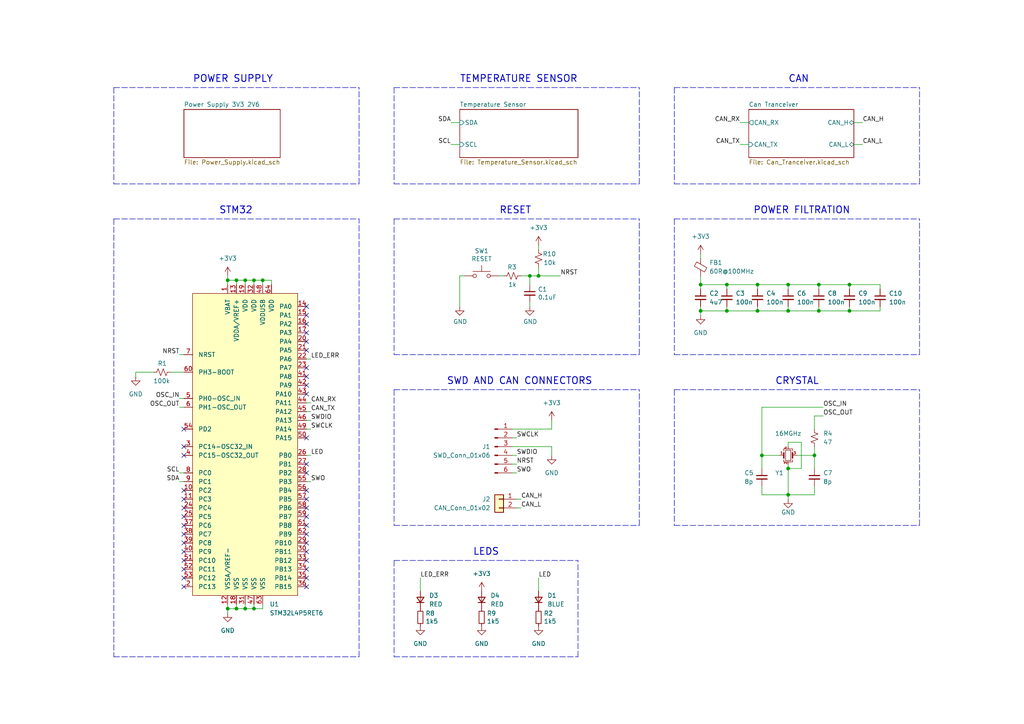
<source format=kicad_sch>
(kicad_sch (version 20211123) (generator eeschema)
  (paper "A4")
  (title_block (title "Temperature Tire Sensor") (rev "1") (company "Motorsport"))
  (lib_symbols
    (symbol "Connector:Conn_01x06_Male" (pin_names (offset 1.016) hide)
      (property "Reference" "J" (at 0 7.62 0))
      (property "Value" "Conn_01x06_Male" (at 0 -10.16 0))
      (symbol "Conn_01x06_Male_1_1"
        (polyline (pts (xy 1.27 -7.62) (xy 0.8636 -7.62)) (stroke (width 0.1524)))
        (polyline (pts (xy 1.27 -5.08) (xy 0.8636 -5.08)) (stroke (width 0.1524)))
        (polyline (pts (xy 1.27 -2.54) (xy 0.8636 -2.54)) (stroke (width 0.1524)))
        (polyline (pts (xy 1.27 0) (xy 0.8636 0)) (stroke (width 0.1524)))
        (polyline (pts (xy 1.27 2.54) (xy 0.8636 2.54)) (stroke (width 0.1524)))
        (polyline (pts (xy 1.27 5.08) (xy 0.8636 5.08)) (stroke (width 0.1524)))
        (rectangle (start 0.8636 -7.493) (end 0 -7.747) (stroke (width 0.1524)) (fill (type outline)))
        (rectangle (start 0.8636 -4.953) (end 0 -5.207) (stroke (width 0.1524)) (fill (type outline)))
        (rectangle (start 0.8636 -2.413) (end 0 -2.667) (stroke (width 0.1524)) (fill (type outline)))
        (rectangle (start 0.8636 0.127) (end 0 -0.127) (stroke (width 0.1524)) (fill (type outline)))
        (rectangle (start 0.8636 2.667) (end 0 2.413) (stroke (width 0.1524)) (fill (type outline)))
        (rectangle (start 0.8636 5.207) (end 0 4.953) (stroke (width 0.1524)) (fill (type outline)))
        (pin passive line (at 5.08 5.08 180) (length 3.81) (name "Pin_1") (number "1"))
        (pin passive line (at 5.08 2.54 180) (length 3.81) (name "Pin_2") (number "2"))
        (pin passive line (at 5.08 0 180) (length 3.81) (name "Pin_3") (number "3"))
        (pin passive line (at 5.08 -2.54 180) (length 3.81) (name "Pin_4") (number "4"))
        (pin passive line (at 5.08 -5.08 180) (length 3.81) (name "Pin_5") (number "5"))
        (pin passive line (at 5.08 -7.62 180) (length 3.81) (name "Pin_6") (number "6"))
      )
    )
    (symbol "Connector_Generic:Conn_01x02" (pin_names (offset 1.016) hide)
      (property "Reference" "J" (at 0 2.54 0))
      (property "Value" "Conn_01x02" (at 0 -5.08 0))
      (symbol "Conn_01x02_1_1"
        (rectangle (start -1.27 -2.413) (end 0 -2.667) (stroke (width 0.1524)))
        (rectangle (start -1.27 0.127) (end 0 -0.127) (stroke (width 0.1524)))
        (rectangle (start -1.27 1.27) (end 1.27 -3.81) (stroke (width 0.254)) (fill (type background)))
        (pin passive line (at -5.08 0 0) (length 3.81) (name "Pin_1") (number "1"))
        (pin passive line (at -5.08 -2.54 0) (length 3.81) (name "Pin_2") (number "2"))
      )
    )
    (symbol "Device:C_Small" (pin_numbers hide) (pin_names (offset 0.254) hide)
      (property "Reference" "C" (at 0.254 1.778 0))
      (property "Value" "C_Small" (at 0.254 -2.032 0))
      (symbol "C_Small_0_1"
        (polyline (pts (xy -1.524 -0.508) (xy 1.524 -0.508)) (stroke (width 0.3302)))
        (polyline (pts (xy -1.524 0.508) (xy 1.524 0.508)) (stroke (width 0.3048)))
      )
      (symbol "C_Small_1_1"
        (pin passive line (at 0 2.54 270) (length 2.032) (name "~") (number "1"))
        (pin passive line (at 0 -2.54 90) (length 2.032) (name "~") (number "2"))
      )
    )
    (symbol "Device:Crystal_GND24_Small" (pin_names (offset 1.016) hide)
      (property "Reference" "Y" (at 1.27 4.445 0))
      (property "Value" "Crystal_GND24_Small" (at 1.27 2.54 0))
      (symbol "Crystal_GND24_Small_0_1"
        (rectangle (start -0.762 -1.524) (end 0.762 1.524))
        (polyline (pts (xy -1.27 -0.762) (xy -1.27 0.762)) (stroke (width 0.381)))
        (polyline (pts (xy 1.27 -0.762) (xy 1.27 0.762)) (stroke (width 0.381)))
        (polyline (pts (xy -1.27 -1.27) (xy -1.27 -1.905) (xy 1.27 -1.905) (xy 1.27 -1.27)))
        (polyline (pts (xy -1.27 1.27) (xy -1.27 1.905) (xy 1.27 1.905) (xy 1.27 1.27)))
      )
      (symbol "Crystal_GND24_Small_1_1"
        (pin passive line (at -2.54 0 0) (length 1.27) (name "1") (number "1"))
        (pin passive line (at 0 -2.54 90) (length 0.635) (name "2") (number "2"))
        (pin passive line (at 2.54 0 180) (length 1.27) (name "3") (number "3"))
        (pin passive line (at 0 2.54 270) (length 0.635) (name "4") (number "4"))
      )
    )
    (symbol "Device:D_Small" (pin_numbers hide) (pin_names (offset 0.254) hide)
      (property "Reference" "D" (at -1.27 2.032 0))
      (property "Value" "D_Small" (at -3.81 -2.032 0))
      (symbol "D_Small_0_1"
        (polyline (pts (xy -0.762 -1.016) (xy -0.762 1.016)) (stroke (width 0.254)))
        (polyline (pts (xy -0.762 0) (xy 0.762 0)))
        (polyline (pts (xy 0.762 -1.016) (xy -0.762 0) (xy 0.762 1.016) (xy 0.762 -1.016)) (stroke (width 0.254)))
      )
      (symbol "D_Small_1_1"
        (pin passive line (at -2.54 0 0) (length 1.778) (name "K") (number "1"))
        (pin passive line (at 2.54 0 180) (length 1.778) (name "A") (number "2"))
      )
    )
    (symbol "Device:FerriteBead_Small" (pin_numbers hide) (pin_names (offset 0))
      (property "Reference" "FB" (at 1.905 1.27 0))
      (property "Value" "FerriteBead_Small" (at 1.905 -1.27 0))
      (symbol "FerriteBead_Small_0_1"
        (polyline (pts (xy 0 -1.27) (xy 0 -0.7874)))
        (polyline (pts (xy 0 0.889) (xy 0 1.2954)))
        (polyline (pts (xy -1.8288 0.2794) (xy -1.1176 1.4986) (xy 1.8288 -0.2032) (xy 1.1176 -1.4224) (xy -1.8288 0.2794)))
      )
      (symbol "FerriteBead_Small_1_1"
        (pin passive line (at 0 2.54 270) (length 1.27) (name "~") (number "1"))
        (pin passive line (at 0 -2.54 90) (length 1.27) (name "~") (number "2"))
      )
    )
    (symbol "Device:R_Small_US" (pin_numbers hide) (pin_names (offset 0.254) hide)
      (property "Reference" "R" (at 0.762 0.508 0))
      (property "Value" "R_Small_US" (at 0.762 -1.016 0))
      (symbol "R_Small_US_1_1"
        (polyline (pts (xy 0 0) (xy 1.016 -0.381) (xy 0 -0.762) (xy -1.016 -1.143) (xy 0 -1.524)))
        (polyline (pts (xy 0 1.524) (xy 1.016 1.143) (xy 0 0.762) (xy -1.016 0.381) (xy 0 0)))
        (pin passive line (at 0 2.54 270) (length 1.016) (name "~") (number "1"))
        (pin passive line (at 0 -2.54 90) (length 1.016) (name "~") (number "2"))
      )
    )
    (symbol "SB-Spoko-Bezpieczniki-rescue:C_Small-Device" (pin_numbers hide) (pin_names (offset 0.254) hide)
      (property "Reference" "C" (at 0.254 1.778 0))
      (property "Value" "SB-Spoko-Bezpieczniki-rescue_C_Small-Device" (at 0.254 -2.032 0))
      (symbol "C_Small-Device_0_1"
        (polyline (pts (xy -1.524 -0.508) (xy 1.524 -0.508)) (stroke (width 0.3302)))
        (polyline (pts (xy -1.524 0.508) (xy 1.524 0.508)) (stroke (width 0.3048)))
      )
      (symbol "C_Small-Device_1_1"
        (pin passive line (at 0 2.54 270) (length 2.032) (name "~") (number "1"))
        (pin passive line (at 0 -2.54 90) (length 2.032) (name "~") (number "2"))
      )
    )
    (symbol "SB-Spoko-Bezpieczniki-rescue:GND-power" (power) (pin_names (offset 0))
      (property "Value" "SB-Spoko-Bezpieczniki-rescue_GND-power" (at 0 -3.81 0))
      (symbol "GND-power_0_1"
        (polyline (pts (xy 0 0) (xy 0 -1.27) (xy 1.27 -1.27) (xy 0 -2.54) (xy -1.27 -1.27) (xy 0 -1.27)))
      )
      (symbol "GND-power_1_1"
        (pin power_in line (at 0 0 270) (length 0) hide (name "GND") (number "1"))
      )
    )
    (symbol "SB-Spoko-Bezpieczniki-rescue:R_Small-Device" (pin_numbers hide) (pin_names (offset 0.254) hide)
      (property "Reference" "R" (at 0.762 0.508 0))
      (property "Value" "SB-Spoko-Bezpieczniki-rescue_R_Small-Device" (at 0.762 -1.016 0))
      (symbol "R_Small-Device_0_1"
        (rectangle (start -0.762 1.778) (end 0.762 -1.778) (stroke (width 0.2032)))
      )
      (symbol "R_Small-Device_1_1"
        (pin passive line (at 0 2.54 270) (length 0.762) (name "~") (number "1"))
        (pin passive line (at 0 -2.54 90) (length 0.762) (name "~") (number "2"))
      )
    )
    (symbol "SB-Spoko-Bezpieczniki-rescue:SW_Push-Switch" (pin_numbers hide) (pin_names (offset 1.016) hide)
      (property "Reference" "SW" (at 1.27 2.54 0))
      (property "Value" "SB-Spoko-Bezpieczniki-rescue_SW_Push-Switch" (at 0 -1.524 0))
      (symbol "SW_Push-Switch_0_1"
        (circle (center -2.032 0) (radius 0.508))
        (polyline (pts (xy 0 1.27) (xy 0 3.048)))
        (polyline (pts (xy 2.54 1.27) (xy -2.54 1.27)))
        (circle (center 2.032 0) (radius 0.508))
        (pin passive line (at -5.08 0 0) (length 2.54) (name "1") (number "1"))
        (pin passive line (at 5.08 0 180) (length 2.54) (name "2") (number "2"))
      )
    )
    (symbol "STM32L4P5RET6:STM32L4P5RET6" (pin_names (offset 1.6256))
      (property "Reference" "U" (at 0 -55.88 0))
      (property "Value" "STM32L4P5RET6" (at 0 -59.69 0))
      (symbol "STM32L4P5RET6_0_0"
        (pin unspecified line (at -5.08 44.45 270) (length 2.54) (name "VBAT") (number "1"))
        (pin unspecified line (at -17.78 -15.24 0) (length 2.54) (name "PC2") (number "10"))
        (pin unspecified line (at -17.78 -17.78 0) (length 2.54) (name "PC3") (number "11"))
        (pin unspecified line (at -5.08 -48.26 90) (length 2.54) (name "VSSA/VREF-") (number "12"))
        (pin unspecified line (at -2.54 44.45 270) (length 2.54) (name "VDDA/VREF+") (number "13"))
        (pin unspecified line (at 17.78 38.1 180) (length 2.54) (name "PA0") (number "14"))
        (pin unspecified line (at 17.78 35.56 180) (length 2.54) (name "PA1") (number "15"))
        (pin unspecified line (at 17.78 33.02 180) (length 2.54) (name "PA2") (number "16"))
        (pin unspecified line (at 17.78 30.48 180) (length 2.54) (name "PA3") (number "17"))
        (pin unspecified line (at -2.54 -48.26 90) (length 2.54) (name "VSS") (number "18"))
        (pin unspecified line (at 0 44.45 270) (length 2.54) (name "VDD") (number "19"))
        (pin unspecified line (at -17.78 -43.18 0) (length 2.54) (name "PC13") (number "2"))
        (pin unspecified line (at 17.78 27.94 180) (length 2.54) (name "PA4") (number "20"))
        (pin unspecified line (at 17.78 25.4 180) (length 2.54) (name "PA5") (number "21"))
        (pin unspecified line (at 17.78 22.86 180) (length 2.54) (name "PA6") (number "22"))
        (pin unspecified line (at 17.78 20.32 180) (length 2.54) (name "PA7") (number "23"))
        (pin unspecified line (at -17.78 -20.32 0) (length 2.54) (name "PC4") (number "24"))
        (pin unspecified line (at -17.78 -22.86 0) (length 2.54) (name "PC5") (number "25"))
        (pin unspecified line (at 17.78 -5.08 180) (length 2.54) (name "PB0") (number "26"))
        (pin unspecified line (at 17.78 -7.62 180) (length 2.54) (name "PB1") (number "27"))
        (pin unspecified line (at 17.78 -10.16 180) (length 2.54) (name "PB2") (number "28"))
        (pin unspecified line (at 17.78 -30.48 180) (length 2.54) (name "PB10") (number "29"))
        (pin unspecified line (at -17.78 -2.54 0) (length 2.54) (name "PC14-OSC32_IN") (number "3"))
        (pin unspecified line (at 17.78 -33.02 180) (length 2.54) (name "PB11") (number "30"))
        (pin unspecified line (at 0 -48.26 90) (length 2.54) (name "VSS") (number "31"))
        (pin unspecified line (at 2.54 44.45 270) (length 2.54) (name "VDD") (number "32"))
        (pin unspecified line (at 17.78 -35.56 180) (length 2.54) (name "PB12") (number "33"))
        (pin unspecified line (at 17.78 -38.1 180) (length 2.54) (name "PB13") (number "34"))
        (pin unspecified line (at 17.78 -40.64 180) (length 2.54) (name "PB14") (number "35"))
        (pin unspecified line (at 17.78 -43.18 180) (length 2.54) (name "PB15") (number "36"))
        (pin unspecified line (at -17.78 -25.4 0) (length 2.54) (name "PC6") (number "37"))
        (pin unspecified line (at -17.78 -27.94 0) (length 2.54) (name "PC7") (number "38"))
        (pin unspecified line (at -17.78 -30.48 0) (length 2.54) (name "PC8") (number "39"))
        (pin unspecified line (at -17.78 -5.08 0) (length 2.54) (name "PC15-OSC32_OUT") (number "4"))
        (pin unspecified line (at -17.78 -33.02 0) (length 2.54) (name "PC9") (number "40"))
        (pin unspecified line (at 17.78 17.78 180) (length 2.54) (name "PA8") (number "41"))
        (pin unspecified line (at 17.78 15.24 180) (length 2.54) (name "PA9") (number "42"))
        (pin unspecified line (at 17.78 12.7 180) (length 2.54) (name "PA10") (number "43"))
        (pin unspecified line (at 17.78 10.16 180) (length 2.54) (name "PA11") (number "44"))
        (pin unspecified line (at 17.78 7.62 180) (length 2.54) (name "PA12") (number "45"))
        (pin unspecified line (at 17.78 5.08 180) (length 2.54) (name "PA13") (number "46"))
        (pin unspecified line (at 2.54 -48.26 90) (length 2.54) (name "VSS") (number "47"))
        (pin unspecified line (at 5.08 44.45 270) (length 2.54) (name "VDDUSB") (number "48"))
        (pin unspecified line (at 17.78 2.54 180) (length 2.54) (name "PA14") (number "49"))
        (pin unspecified line (at -17.78 11.43 0) (length 2.54) (name "PH0-OSC_IN") (number "5"))
        (pin unspecified line (at 17.78 0 180) (length 2.54) (name "PA15") (number "50"))
        (pin unspecified line (at -17.78 -35.56 0) (length 2.54) (name "PC10") (number "51"))
        (pin unspecified line (at -17.78 -38.1 0) (length 2.54) (name "PC11") (number "52"))
        (pin unspecified line (at -17.78 -40.64 0) (length 2.54) (name "PC12") (number "53"))
        (pin unspecified line (at -17.78 2.54 0) (length 2.54) (name "PD2") (number "54"))
        (pin unspecified line (at 17.78 -12.7 180) (length 2.54) (name "PB3") (number "55"))
        (pin unspecified line (at 17.78 -15.24 180) (length 2.54) (name "PB4") (number "56"))
        (pin unspecified line (at 17.78 -17.78 180) (length 2.54) (name "PB5") (number "57"))
        (pin unspecified line (at 17.78 -20.32 180) (length 2.54) (name "PB6") (number "58"))
        (pin unspecified line (at 17.78 -22.86 180) (length 2.54) (name "PB7") (number "59"))
        (pin unspecified line (at -17.78 8.89 0) (length 2.54) (name "PH1-OSC_OUT") (number "6"))
        (pin unspecified line (at -17.78 19.05 0) (length 2.54) (name "PH3-BOOT") (number "60"))
        (pin unspecified line (at 17.78 -25.4 180) (length 2.54) (name "PB8") (number "61"))
        (pin unspecified line (at 17.78 -27.94 180) (length 2.54) (name "PB9") (number "62"))
        (pin unspecified line (at 5.08 -48.26 90) (length 2.54) (name "VSS") (number "63"))
        (pin unspecified line (at 7.62 44.45 270) (length 2.54) (name "VDD") (number "64"))
        (pin unspecified line (at -17.78 24.13 0) (length 2.54) (name "NRST") (number "7"))
        (pin unspecified line (at -17.78 -10.16 0) (length 2.54) (name "PC0") (number "8"))
        (pin unspecified line (at -17.78 -12.7 0) (length 2.54) (name "PC1") (number "9"))
      )
      (symbol "STM32L4P5RET6_0_1"
        (rectangle (start 15.24 41.91) (end -15.24 -45.72) (fill (type background)))
      )
    )
    (symbol "power:+3V3" (power) (pin_names (offset 0))
      (property "Value" "+3V3" (at 0 3.556 0))
      (symbol "+3V3_0_1"
        (polyline (pts (xy -0.762 1.27) (xy 0 2.54)))
        (polyline (pts (xy 0 0) (xy 0 2.54)))
        (polyline (pts (xy 0 2.54) (xy 0.762 1.27)))
      )
      (symbol "+3V3_1_1"
        (pin power_in line (at 0 0 90) (length 0) hide (name "+3V3") (number "1"))
      )
    )
    (symbol "power:GND" (power) (pin_names (offset 0))
      (property "Value" "GND" (at 0 -3.81 0))
      (symbol "GND_0_1"
        (polyline (pts (xy 0 0) (xy 0 -1.27) (xy 1.27 -1.27) (xy 0 -2.54) (xy -1.27 -1.27) (xy 0 -1.27)))
      )
      (symbol "GND_1_1"
        (pin power_in line (at 0 0 270) (length 0) hide (name "GND") (number "1"))
      )
    )
  )
  (junction (at 210.82 82.55))
  (junction (at 210.82 90.17))
  (junction (at 219.71 90.17))
  (junction (at 220.98 132.08))
  (junction (at 237.49 82.55))
  (junction (at 203.2 90.17))
  (junction (at 228.6 135.89))
  (junction (at 156.21 80.01))
  (junction (at 73.66 81.28))
  (junction (at 73.66 176.53))
  (junction (at 228.6 82.55))
  (junction (at 237.49 90.17))
  (junction (at 68.58 81.28))
  (junction (at 228.6 143.51))
  (junction (at 153.67 80.01))
  (junction (at 66.04 176.53))
  (junction (at 76.2 81.28))
  (junction (at 228.6 90.17))
  (junction (at 246.38 90.17))
  (junction (at 236.22 132.08))
  (junction (at 71.12 176.53))
  (junction (at 246.38 82.55))
  (junction (at 68.58 176.53))
  (junction (at 219.71 82.55))
  (junction (at 71.12 81.28))
  (junction (at 203.2 82.55))
  (junction (at 66.04 81.28))
  (no_connect (at 53.34 129.54))
  (no_connect (at 53.34 124.46))
  (no_connect (at 88.9 93.98))
  (no_connect (at 88.9 88.9))
  (no_connect (at 88.9 91.44))
  (no_connect (at 53.34 132.08))
  (no_connect (at 53.34 147.32))
  (no_connect (at 53.34 149.86))
  (no_connect (at 53.34 144.78))
  (no_connect (at 53.34 142.24))
  (no_connect (at 53.34 152.4))
  (no_connect (at 53.34 162.56))
  (no_connect (at 53.34 170.18))
  (no_connect (at 53.34 165.1))
  (no_connect (at 53.34 167.64))
  (no_connect (at 88.9 167.64))
  (no_connect (at 88.9 157.48))
  (no_connect (at 88.9 165.1))
  (no_connect (at 88.9 162.56))
  (no_connect (at 88.9 160.02))
  (no_connect (at 88.9 170.18))
  (no_connect (at 88.9 154.94))
  (no_connect (at 53.34 154.94))
  (no_connect (at 53.34 160.02))
  (no_connect (at 53.34 157.48))
  (no_connect (at 88.9 152.4))
  (no_connect (at 88.9 149.86))
  (no_connect (at 88.9 109.22))
  (no_connect (at 88.9 106.68))
  (no_connect (at 88.9 101.6))
  (no_connect (at 88.9 114.3))
  (no_connect (at 88.9 111.76))
  (no_connect (at 88.9 99.06))
  (no_connect (at 88.9 96.52))
  (no_connect (at 88.9 127))
  (no_connect (at 88.9 137.16))
  (no_connect (at 88.9 144.78))
  (no_connect (at 88.9 142.24))
  (no_connect (at 88.9 147.32))
  (no_connect (at 88.9 134.62))
  (wire (pts (xy 214.63 41.91) (xy 217.17 41.91)))
  (polyline (pts (xy 195.58 25.4) (xy 195.58 53.34)))
  (wire (pts (xy 160.02 121.92) (xy 160.02 124.46)))
  (wire (pts (xy 156.21 71.12) (xy 156.21 72.39)))
  (wire (pts (xy 73.66 176.53) (xy 76.2 176.53)))
  (wire (pts (xy 160.02 129.54) (xy 148.59 129.54)))
  (wire (pts (xy 153.67 87.63) (xy 153.67 88.9)))
  (wire (pts (xy 232.41 128.27) (xy 232.41 135.89)))
  (wire (pts (xy 148.59 134.62) (xy 149.86 134.62)))
  (wire (pts (xy 68.58 81.28) (xy 68.58 82.55)))
  (polyline (pts (xy 195.58 63.5) (xy 195.58 102.87)))
  (wire (pts (xy 68.58 175.26) (xy 68.58 176.53)))
  (wire (pts (xy 88.9 119.38) (xy 90.17 119.38)))
  (wire (pts (xy 39.37 107.95) (xy 44.45 107.95)))
  (wire (pts (xy 228.6 143.51) (xy 236.22 143.51)))
  (wire (pts (xy 156.21 77.47) (xy 156.21 80.01)))
  (wire (pts (xy 228.6 82.55) (xy 228.6 83.82)))
  (wire (pts (xy 236.22 120.65) (xy 238.76 120.65)))
  (polyline (pts (xy 114.3 113.03) (xy 114.3 152.4)))
  (polyline (pts (xy 114.3 53.34) (xy 185.42 53.34)))
  (wire (pts (xy 203.2 82.55) (xy 203.2 83.82)))
  (wire (pts (xy 210.82 82.55) (xy 210.82 83.82)))
  (wire (pts (xy 71.12 81.28) (xy 71.12 82.55)))
  (wire (pts (xy 88.9 139.7) (xy 90.17 139.7)))
  (wire (pts (xy 228.6 134.62) (xy 228.6 135.89)))
  (wire (pts (xy 226.06 132.08) (xy 220.98 132.08)))
  (polyline (pts (xy 114.3 190.5) (xy 167.64 190.5)))
  (polyline (pts (xy 114.3 102.87) (xy 185.42 102.87)))
  (wire (pts (xy 237.49 82.55) (xy 246.38 82.55)))
  (wire (pts (xy 247.65 41.91) (xy 250.19 41.91)))
  (wire (pts (xy 66.04 176.53) (xy 66.04 177.8)))
  (polyline (pts (xy 195.58 53.34) (xy 266.7 53.34)))
  (wire (pts (xy 220.98 118.11) (xy 238.76 118.11)))
  (wire (pts (xy 153.67 80.01) (xy 156.21 80.01)))
  (wire (pts (xy 228.6 128.27) (xy 232.41 128.27)))
  (polyline (pts (xy 33.02 63.5) (xy 33.02 190.5)))
  (wire (pts (xy 90.17 116.84) (xy 88.9 116.84)))
  (polyline (pts (xy 33.02 190.5) (xy 104.14 190.5)))
  (wire (pts (xy 66.04 176.53) (xy 68.58 176.53)))
  (polyline (pts (xy 195.58 113.03) (xy 195.58 152.4)))
  (polyline (pts (xy 266.7 152.4) (xy 266.7 113.03)))
  (wire (pts (xy 219.71 88.9) (xy 219.71 90.17)))
  (polyline (pts (xy 114.3 25.4) (xy 185.42 25.4)))
  (wire (pts (xy 210.82 82.55) (xy 219.71 82.55)))
  (wire (pts (xy 73.66 81.28) (xy 73.66 82.55)))
  (wire (pts (xy 203.2 88.9) (xy 203.2 90.17)))
  (wire (pts (xy 219.71 82.55) (xy 228.6 82.55)))
  (wire (pts (xy 203.2 90.17) (xy 203.2 91.44)))
  (wire (pts (xy 220.98 143.51) (xy 228.6 143.51)))
  (wire (pts (xy 151.13 80.01) (xy 153.67 80.01)))
  (polyline (pts (xy 114.3 113.03) (xy 185.42 113.03)))
  (wire (pts (xy 52.07 118.11) (xy 53.34 118.11)))
  (wire (pts (xy 151.13 144.78) (xy 149.86 144.78)))
  (wire (pts (xy 255.27 88.9) (xy 255.27 90.17)))
  (wire (pts (xy 228.6 143.51) (xy 228.6 144.78)))
  (wire (pts (xy 71.12 175.26) (xy 71.12 176.53)))
  (polyline (pts (xy 195.58 102.87) (xy 266.7 102.87)))
  (wire (pts (xy 52.07 137.16) (xy 53.34 137.16)))
  (polyline (pts (xy 195.58 25.4) (xy 266.7 25.4)))
  (wire (pts (xy 220.98 118.11) (xy 220.98 132.08)))
  (wire (pts (xy 246.38 82.55) (xy 255.27 82.55)))
  (polyline (pts (xy 167.64 190.5) (xy 167.64 162.56)))
  (wire (pts (xy 76.2 175.26) (xy 76.2 176.53)))
  (wire (pts (xy 228.6 88.9) (xy 228.6 90.17)))
  (wire (pts (xy 156.21 80.01) (xy 162.56 80.01)))
  (wire (pts (xy 156.21 171.45) (xy 156.21 167.64)))
  (wire (pts (xy 203.2 80.01) (xy 203.2 82.55)))
  (wire (pts (xy 73.66 176.53) (xy 73.66 175.26)))
  (polyline (pts (xy 266.7 53.34) (xy 266.7 25.4)))
  (polyline (pts (xy 185.42 152.4) (xy 185.42 113.03)))
  (wire (pts (xy 52.07 115.57) (xy 53.34 115.57)))
  (wire (pts (xy 237.49 90.17) (xy 246.38 90.17)))
  (wire (pts (xy 160.02 124.46) (xy 148.59 124.46)))
  (polyline (pts (xy 33.02 53.34) (xy 104.14 53.34)))
  (wire (pts (xy 203.2 90.17) (xy 210.82 90.17)))
  (wire (pts (xy 76.2 81.28) (xy 76.2 82.55)))
  (wire (pts (xy 148.59 132.08) (xy 149.86 132.08)))
  (polyline (pts (xy 33.02 25.4) (xy 104.14 25.4)))
  (wire (pts (xy 151.13 147.32) (xy 149.86 147.32)))
  (wire (pts (xy 68.58 81.28) (xy 66.04 81.28)))
  (wire (pts (xy 236.22 120.65) (xy 236.22 124.46)))
  (wire (pts (xy 228.6 129.54) (xy 228.6 128.27)))
  (wire (pts (xy 133.35 80.01) (xy 133.35 88.9)))
  (wire (pts (xy 144.78 80.01) (xy 146.05 80.01)))
  (wire (pts (xy 88.9 104.14) (xy 90.17 104.14)))
  (polyline (pts (xy 185.42 53.34) (xy 185.42 25.4)))
  (wire (pts (xy 71.12 176.53) (xy 73.66 176.53)))
  (wire (pts (xy 246.38 88.9) (xy 246.38 90.17)))
  (wire (pts (xy 148.59 127) (xy 149.86 127)))
  (wire (pts (xy 246.38 82.55) (xy 246.38 83.82)))
  (wire (pts (xy 237.49 82.55) (xy 237.49 83.82)))
  (polyline (pts (xy 114.3 63.5) (xy 114.3 102.87)))
  (wire (pts (xy 88.9 124.46) (xy 90.17 124.46)))
  (polyline (pts (xy 185.42 102.87) (xy 185.42 63.5)))
  (polyline (pts (xy 33.02 25.4) (xy 33.02 53.34)))
  (polyline (pts (xy 195.58 152.4) (xy 266.7 152.4)))
  (wire (pts (xy 228.6 82.55) (xy 237.49 82.55)))
  (wire (pts (xy 214.63 35.56) (xy 217.17 35.56)))
  (wire (pts (xy 66.04 175.26) (xy 66.04 176.53)))
  (wire (pts (xy 66.04 81.28) (xy 66.04 82.55)))
  (polyline (pts (xy 104.14 53.34) (xy 104.14 25.4)))
  (wire (pts (xy 236.22 140.97) (xy 236.22 143.51)))
  (wire (pts (xy 220.98 132.08) (xy 220.98 135.89)))
  (wire (pts (xy 134.62 80.01) (xy 133.35 80.01)))
  (wire (pts (xy 71.12 81.28) (xy 68.58 81.28)))
  (wire (pts (xy 236.22 132.08) (xy 236.22 135.89)))
  (polyline (pts (xy 114.3 162.56) (xy 114.3 190.5)))
  (wire (pts (xy 78.74 82.55) (xy 78.74 81.28)))
  (wire (pts (xy 148.59 137.16) (xy 149.86 137.16)))
  (wire (pts (xy 228.6 135.89) (xy 232.41 135.89)))
  (polyline (pts (xy 104.14 190.5) (xy 104.14 63.5)))
  (wire (pts (xy 68.58 176.53) (xy 71.12 176.53)))
  (wire (pts (xy 76.2 81.28) (xy 73.66 81.28)))
  (wire (pts (xy 88.9 121.92) (xy 90.17 121.92)))
  (wire (pts (xy 39.37 109.22) (xy 39.37 107.95)))
  (wire (pts (xy 220.98 140.97) (xy 220.98 143.51)))
  (polyline (pts (xy 266.7 102.87) (xy 266.7 63.5)))
  (polyline (pts (xy 114.3 25.4) (xy 114.3 53.34)))
  (wire (pts (xy 228.6 135.89) (xy 228.6 143.51)))
  (wire (pts (xy 52.07 102.87) (xy 53.34 102.87)))
  (polyline (pts (xy 114.3 152.4) (xy 185.42 152.4)))
  (wire (pts (xy 73.66 81.28) (xy 71.12 81.28)))
  (wire (pts (xy 203.2 73.66) (xy 203.2 74.93)))
  (polyline (pts (xy 114.3 63.5) (xy 185.42 63.5)))
  (wire (pts (xy 210.82 90.17) (xy 219.71 90.17)))
  (wire (pts (xy 52.07 139.7) (xy 53.34 139.7)))
  (wire (pts (xy 247.65 35.56) (xy 250.19 35.56)))
  (polyline (pts (xy 114.3 162.56) (xy 167.64 162.56)))
  (wire (pts (xy 255.27 83.82) (xy 255.27 82.55)))
  (wire (pts (xy 231.14 132.08) (xy 236.22 132.08)))
  (wire (pts (xy 121.92 171.45) (xy 121.92 167.64)))
  (wire (pts (xy 66.04 80.01) (xy 66.04 81.28)))
  (wire (pts (xy 130.81 35.56) (xy 133.35 35.56)))
  (wire (pts (xy 228.6 90.17) (xy 237.49 90.17)))
  (wire (pts (xy 219.71 82.55) (xy 219.71 83.82)))
  (wire (pts (xy 153.67 80.01) (xy 153.67 82.55)))
  (wire (pts (xy 78.74 81.28) (xy 76.2 81.28)))
  (wire (pts (xy 49.53 107.95) (xy 53.34 107.95)))
  (wire (pts (xy 237.49 88.9) (xy 237.49 90.17)))
  (wire (pts (xy 236.22 129.54) (xy 236.22 132.08)))
  (wire (pts (xy 246.38 90.17) (xy 255.27 90.17)))
  (wire (pts (xy 160.02 132.08) (xy 160.02 129.54)))
  (wire (pts (xy 130.81 41.91) (xy 133.35 41.91)))
  (polyline (pts (xy 195.58 113.03) (xy 266.7 113.03)))
  (wire (pts (xy 88.9 132.08) (xy 90.17 132.08)))
  (polyline (pts (xy 195.58 63.5) (xy 266.7 63.5)))
  (wire (pts (xy 210.82 88.9) (xy 210.82 90.17)))
  (wire (pts (xy 203.2 82.55) (xy 210.82 82.55)))
  (polyline (pts (xy 33.02 63.5) (xy 104.14 63.5)))
  (wire (pts (xy 219.71 90.17) (xy 228.6 90.17)))
  (text "CAN" (at 228.6 24.13 0) (effects (font (size 2 2) (thickness 0.254) bold) (justify left bottom)))
  (text "CRYSTAL\n" (at 224.79 111.76 0) (effects (font (size 2 2) (thickness 0.254) bold) (justify left bottom)))
  (text "SWD AND CAN CONNECTORS" (at 129.54 111.76 0) (effects (font (size 2 2) (thickness 0.254) bold) (justify left bottom)))
  (text "TEMPERATURE SENSOR" (at 133.35 24.13 0) (effects (font (size 2 2) (thickness 0.254) bold) (justify left bottom)))
  (text "LEDS" (at 137.16 161.29 0) (effects (font (size 2 2) (thickness 0.254) bold) (justify left bottom)))
  (text "RESET" (at 144.78 62.23 0) (effects (font (size 2 2) (thickness 0.254) bold) (justify left bottom)))
  (text "STM32" (at 63.5 62.23 0) (effects (font (size 2 2) (thickness 0.254) bold) (justify left bottom)))
  (text "POWER FILTRATION" (at 218.44 62.23 0) (effects (font (size 2 2) (thickness 0.254) bold) (justify left bottom)))
  (text "POWER SUPPLY" (at 55.88 24.13 0) (effects (font (size 2 2) (thickness 0.254) bold) (justify left bottom)))
  (label "CAN_TX" (at 90.17 119.38 0))
  (label "SWO" (at 90.17 139.7 0))
  (label "SWDIO" (at 90.17 121.92 0))
  (label "SWDIO" (at 149.86 132.08 0))
  (label "CAN_L" (at 151.13 147.32 0))
  (label "SWCLK" (at 149.86 127 0))
  (label "OSC_IN" (at 52.07 115.57 180))
  (label "CAN_H" (at 151.13 144.78 0))
  (label "CAN_L" (at 250.19 41.91 0))
  (label "LED" (at 90.17 132.08 0))
  (label "SDA" (at 130.81 35.56 180))
  (label "NRST" (at 52.07 102.87 180))
  (label "OSC_OUT" (at 52.07 118.11 180))
  (label "OSC_IN" (at 238.76 118.11 0))
  (label "CAN_RX" (at 90.17 116.84 0))
  (label "SCL" (at 52.07 137.16 180))
  (label "LED" (at 156.21 167.64 0))
  (label "SWO" (at 149.86 137.16 0))
  (label "SCL" (at 130.81 41.91 180))
  (label "SDA" (at 52.07 139.7 180))
  (label "LED_ERR" (at 90.17 104.14 0))
  (label "CAN_RX" (at 214.63 35.56 180))
  (label "NRST" (at 149.86 134.62 0))
  (label "CAN_TX" (at 214.63 41.91 180))
  (label "CAN_H" (at 250.19 35.56 0))
  (label "LED_ERR" (at 121.92 167.64 0))
  (label "NRST" (at 162.56 80.01 0))
  (label "OSC_OUT" (at 238.76 120.65 0))
  (label "SWCLK" (at 90.17 124.46 0))
  (symbol (lib_id "Device:R_Small_US") (at 148.59 80.01 90) (unit 1)
    (property "Reference" "R3" (at 149.86 77.47 90) (effects (justify left)))
    (property "Value" "1k" (at 149.86 82.55 90) (effects (justify left)))
  )
  (symbol (lib_id "power:+3V3") (at 156.21 71.12 0) (unit 1)
    (property "Reference" "#PWR031" (effects hide))
    (property "Value" "+3V3" (at 156.21 66.04 0))
  )
  (symbol (lib_id "power:+3V3") (at 160.02 121.92 0) (mirror y) (unit 1)
    (property "Reference" "#PWR07" (effects hide))
    (property "Value" "+3V3" (at 160.02 116.84 0))
  )
  (symbol (lib_id "Device:C_Small") (at 220.98 138.43 0) (unit 1)
    (property "Reference" "C5" (at 215.9 137.16 0) (effects (justify left)))
    (property "Value" "8p" (at 215.9 139.7 0) (effects (justify left)))
  )
  (symbol (lib_id "Device:FerriteBead_Small") (at 203.2 77.47 0) (unit 1)
    (property "Reference" "FB1" (at 205.74 76.1618 0) (effects (justify left)))
    (property "Value" "60R@100MHz" (at 205.74 78.7018 0) (effects (justify left)))
  )
  (symbol (lib_id "Device:C_Small") (at 228.6 86.36 0) (unit 1)
    (property "Reference" "C6" (at 231.14 85.0962 0) (effects (justify left)))
    (property "Value" "100n" (at 231.14 87.6362 0) (effects (justify left)))
  )
  (symbol (lib_id "Device:R_Small_US") (at 236.22 127 0) (unit 1)
    (property "Reference" "R4" (at 238.76 125.73 0) (effects (justify left)))
    (property "Value" "47" (at 238.76 128.2699 0) (effects (justify left)))
  )
  (symbol (lib_id "SB-Spoko-Bezpieczniki-rescue:GND-power") (at 133.35 88.9 0) (unit 1)
    (property "Reference" "#PWR04" (effects hide))
    (property "Value" "GND" (at 133.477 93.2942 0))
  )
  (symbol (lib_id "Device:C_Small") (at 219.71 86.36 0) (unit 1)
    (property "Reference" "C4" (at 222.25 85.0962 0) (effects (justify left)))
    (property "Value" "100n" (at 222.25 87.6362 0) (effects (justify left)))
  )
  (symbol (lib_id "power:+3V3") (at 203.2 73.66 0) (unit 1)
    (property "Reference" "#PWR09" (effects hide))
    (property "Value" "+3V3" (at 203.2 68.58 0))
  )
  (symbol (lib_id "Device:C_Small") (at 237.49 86.36 0) (unit 1)
    (property "Reference" "C8" (at 240.03 85.0962 0) (effects (justify left)))
    (property "Value" "100n" (at 240.03 87.6362 0) (effects (justify left)))
  )
  (symbol (lib_id "Device:D_Small") (at 139.7 173.99 90) (unit 1)
    (property "Reference" "D4" (at 142.24 172.7199 90) (effects (justify right)))
    (property "Value" "RED" (at 142.24 175.2599 90) (effects (justify right)))
  )
  (symbol (lib_id "STM32L4P5RET6:STM32L4P5RET6") (at 71.12 127 0) (unit 1)
    (property "Reference" "U1" (at 78.2194 175.26 0) (effects (justify left)))
    (property "Value" "STM32L4P5RET6" (at 78.2194 177.8 0) (effects (justify left)))
    (property "Footprint" "Package_QFP:LQFP-64_10x10mm_P0.5mm" (effects hide))
  )
  (symbol (lib_id "power:GND") (at 156.21 181.61 0) (unit 1)
    (property "Reference" "#PWR05" (effects hide))
    (property "Value" "GND" (at 156.21 186.69 0))
  )
  (symbol (lib_id "power:GND") (at 66.04 177.8 0) (unit 1)
    (property "Reference" "#PWR03" (effects hide))
    (property "Value" "GND" (at 66.04 182.88 0))
  )
  (symbol (lib_id "power:GND") (at 139.7 181.61 0) (unit 1)
    (property "Reference" "#PWR025" (effects hide))
    (property "Value" "GND" (at 139.7 186.69 0))
  )
  (symbol (lib_id "power:GND") (at 203.2 91.44 0) (unit 1)
    (property "Reference" "#PWR010" (effects hide))
    (property "Value" "GND" (at 203.2 96.52 0))
  )
  (symbol (lib_id "SB-Spoko-Bezpieczniki-rescue:R_Small-Device") (at 156.21 179.07 0) (unit 1)
    (property "Reference" "R2" (at 157.7086 177.9016 0) (effects (justify left)))
    (property "Value" "1k5" (at 157.7086 180.213 0) (effects (justify left)))
    (property "Footprint" "Resistor_SMD:R_0603_1608Metric" (effects hide))
  )
  (symbol (lib_id "power:GND") (at 228.6 144.78 0) (unit 1)
    (property "Reference" "#PWR011" (effects hide))
    (property "Value" "GND" (at 228.6 148.59 0))
  )
  (symbol (lib_id "power:+3V3") (at 139.7 171.45 0) (mirror y) (unit 1)
    (property "Reference" "#PWR024" (effects hide))
    (property "Value" "+3V3" (at 139.7 166.37 0))
  )
  (symbol (lib_id "Device:R_Small_US") (at 46.99 107.95 270) (unit 1)
    (property "Reference" "R1" (at 45.72 105.41 90) (effects (justify left)))
    (property "Value" "100k" (at 44.45 110.49 90) (effects (justify left)))
  )
  (symbol (lib_id "Device:C_Small") (at 236.22 138.43 0) (unit 1)
    (property "Reference" "C7" (at 238.76 137.1662 0) (effects (justify left)))
    (property "Value" "8p" (at 238.76 139.7062 0) (effects (justify left)))
  )
  (symbol (lib_id "Device:C_Small") (at 203.2 86.36 0) (unit 1)
    (property "Reference" "C2" (at 205.74 85.0962 0) (effects (justify left)))
    (property "Value" "4u7" (at 205.74 87.6362 0) (effects (justify left)))
  )
  (symbol (lib_id "Device:D_Small") (at 156.21 173.99 90) (unit 1)
    (property "Reference" "D1" (at 158.75 172.7199 90) (effects (justify right)))
    (property "Value" "BLUE" (at 158.75 175.2599 90) (effects (justify right)))
  )
  (symbol (lib_id "Device:Crystal_GND24_Small") (at 228.6 132.08 0) (unit 1)
    (property "Reference" "Y1" (at 226.06 137.16 0))
    (property "Value" "16MGHz" (at 228.6 125.73 0))
  )
  (symbol (lib_id "Device:D_Small") (at 121.92 173.99 90) (unit 1)
    (property "Reference" "D3" (at 124.46 172.7199 90) (effects (justify right)))
    (property "Value" "RED" (at 124.46 175.2599 90) (effects (justify right)))
  )
  (symbol (lib_id "power:+3V3") (at 66.04 80.01 0) (unit 1)
    (property "Reference" "#PWR02" (effects hide))
    (property "Value" "+3V3" (at 66.04 74.93 0))
  )
  (symbol (lib_id "power:GND") (at 160.02 132.08 0) (mirror y) (unit 1)
    (property "Reference" "#PWR08" (effects hide))
    (property "Value" "GND" (at 160.02 137.16 0))
  )
  (symbol (lib_id "Connector:Conn_01x06_Male") (at 143.51 129.54 0) (unit 1)
    (property "Reference" "J1" (at 142.24 129.5399 0) (effects (justify right)))
    (property "Value" "SWD_Conn_01x06" (at 142.24 132.0799 0) (effects (justify right)))
  )
  (symbol (lib_id "SB-Spoko-Bezpieczniki-rescue:R_Small-Device") (at 139.7 179.07 0) (unit 1)
    (property "Reference" "R9" (at 141.1986 177.9016 0) (effects (justify left)))
    (property "Value" "1k5" (at 141.1986 180.213 0) (effects (justify left)))
    (property "Footprint" "Resistor_SMD:R_0603_1608Metric" (effects hide))
  )
  (symbol (lib_id "SB-Spoko-Bezpieczniki-rescue:C_Small-Device") (at 153.67 85.09 0) (unit 1)
    (property "Reference" "C1" (at 156.0068 83.9216 0) (effects (justify left)))
    (property "Value" "0.1uF" (at 156.0068 86.233 0) (effects (justify left)))
    (property "Footprint" "Capacitor_SMD:C_0603_1608Metric" (effects hide))
  )
  (symbol (lib_id "SB-Spoko-Bezpieczniki-rescue:GND-power") (at 153.67 88.9 0) (unit 1)
    (property "Reference" "#PWR06" (effects hide))
    (property "Value" "GND" (at 153.797 93.2942 0))
  )
  (symbol (lib_id "Device:R_Small_US") (at 156.21 74.93 180) (unit 1)
    (property "Reference" "R10" (at 161.29 73.66 0) (effects (justify left)))
    (property "Value" "10k" (at 161.29 76.2 0) (effects (justify left)))
  )
  (symbol (lib_id "power:GND") (at 121.92 181.61 0) (unit 1)
    (property "Reference" "#PWR022" (effects hide))
    (property "Value" "GND" (at 121.92 186.69 0))
  )
  (symbol (lib_id "power:GND") (at 39.37 109.22 0) (unit 1)
    (property "Reference" "#PWR01" (effects hide))
    (property "Value" "GND" (at 39.37 114.3 0))
  )
  (symbol (lib_id "Connector_Generic:Conn_01x02") (at 144.78 144.78 0) (mirror y) (unit 1)
    (property "Reference" "J2" (at 142.24 144.7799 0) (effects (justify left)))
    (property "Value" "CAN_Conn_01x02" (at 142.24 147.3199 0) (effects (justify left)))
  )
  (symbol (lib_id "Device:C_Small") (at 246.38 86.36 0) (unit 1)
    (property "Reference" "C9" (at 248.92 85.0962 0) (effects (justify left)))
    (property "Value" "100n" (at 248.92 87.6362 0) (effects (justify left)))
  )
  (symbol (lib_id "Device:C_Small") (at 255.27 86.36 0) (unit 1)
    (property "Reference" "C10" (at 257.81 85.0962 0) (effects (justify left)))
    (property "Value" "100n" (at 257.81 87.6362 0) (effects (justify left)))
  )
  (symbol (lib_id "SB-Spoko-Bezpieczniki-rescue:R_Small-Device") (at 121.92 179.07 0) (unit 1)
    (property "Reference" "R8" (at 123.4186 177.9016 0) (effects (justify left)))
    (property "Value" "1k5" (at 123.4186 180.213 0) (effects (justify left)))
    (property "Footprint" "Resistor_SMD:R_0603_1608Metric" (effects hide))
  )
  (symbol (lib_id "Device:C_Small") (at 210.82 86.36 0) (unit 1)
    (property "Reference" "C3" (at 213.36 85.0962 0) (effects (justify left)))
    (property "Value" "100n" (at 213.36 87.6362 0) (effects (justify left)))
  )
  (symbol (lib_id "SB-Spoko-Bezpieczniki-rescue:SW_Push-Switch") (at 139.7 80.01 0) (unit 1)
    (property "Reference" "SW1" (at 139.7 72.771 0))
    (property "Value" "RESET" (at 139.7 75.0824 0))
    (property "Footprint" "Button_Switch_THT:SW_PUSH_6mm" (effects hide))
  )
  (sheet (at 133.35 31.75) (size 34.29 13.97) (stroke (width 0.1524))
    (property "Sheet name" "Temperature Sensor" (at 133.35 31.0384 0) (effects (justify left bottom)))
    (property "Sheet file" "Temperature_Sensor.kicad_sch" (at 133.35 46.3046 0) (effects (justify left top)))
    (pin "SDA" input (at 133.35 35.56 180))
    (pin "SCL" input (at 133.35 41.91 180))
  )
  (sheet (at 53.34 31.75) (size 27.94 13.97) (stroke (width 0.1524))
    (property "Sheet name" "Power Supply 3V3 2V6" (at 53.34 31.0384 0) (effects (justify left bottom)))
    (property "Sheet file" "Power_Supply.kicad_sch" (at 53.34 46.3046 0) (effects (justify left top)))
  )
  (sheet (at 217.17 31.75) (size 30.48 13.97) (stroke (width 0.1524))
    (property "Sheet name" "Can Tranceiver" (at 217.17 31.0384 0) (effects (justify left bottom)))
    (property "Sheet file" "Can_Tranceiver.kicad_sch" (at 217.17 46.3046 0) (effects (justify left top)))
    (pin "CAN_L" bidirectional (at 247.65 41.91 0))
    (pin "CAN_H" bidirectional (at 247.65 35.56 0))
    (pin "CAN_TX" input (at 217.17 41.91 180))
    (pin "CAN_RX" output (at 217.17 35.56 180))
  )
)
</source>
